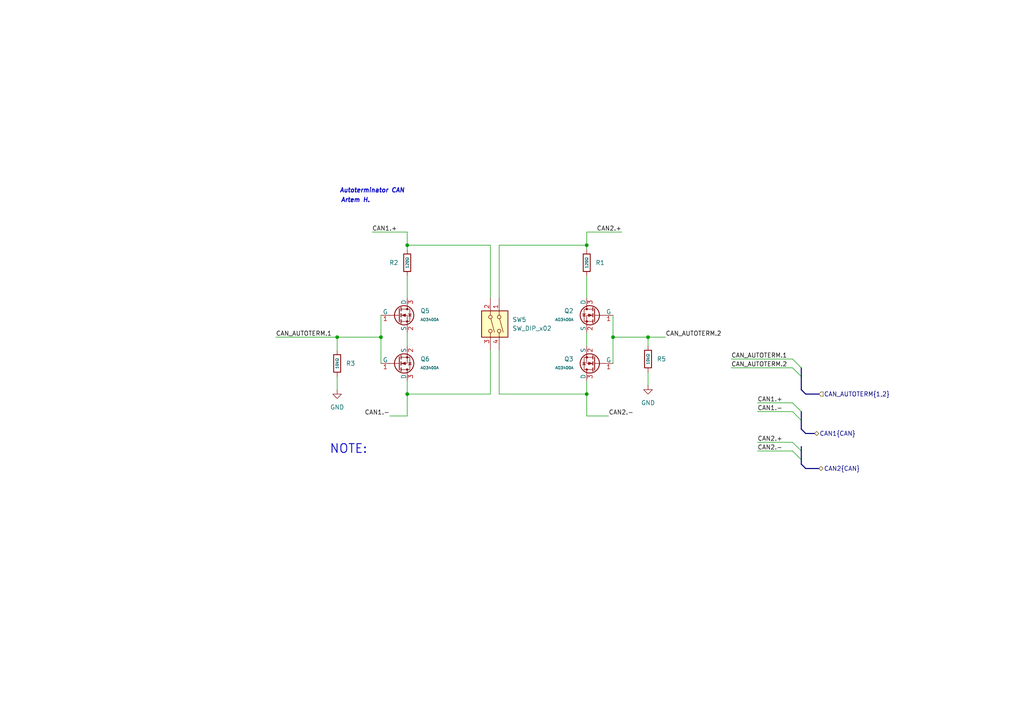
<source format=kicad_sch>
(kicad_sch (version 20250114) (generator "eeschema") (generator_version "9.0")
  (paper "A4")
  (title_block (title "CAN Auto terminator") (date "2025-04-22") (rev "A") (company "Moducard System") (comment 1 "Artem Horiunov") (comment 2 "Designed in poland"))
  (lib_symbols
    (symbol "PCM_JLCPCB-Resistors:0402,10kΩ" (pin_numbers (hide yes)) (pin_names (offset 0))
      (property "Reference" "R" (at 1.778 0 0))
      (property "Value" "10kΩ" (at 0 0 90))
      (symbol "0402,10kΩ_0_1"
        (rectangle (start -1.016 2.54) (end 1.016 -2.54) (stroke (width 0.254)))
      )
      (symbol "0402,10kΩ_1_1"
        (pin passive line (at 0 3.81 270) (length 1.27) (name "~") (number "1"))
        (pin passive line (at 0 -3.81 90) (length 1.27) (name "~") (number "2"))
      )
    )
    (symbol "PCM_JLCPCB-Resistors:0402,120Ω" (pin_numbers (hide yes)) (pin_names (offset 0))
      (property "Reference" "R" (at 1.778 0 0))
      (property "Value" "120Ω" (at 0 0 90))
      (symbol "0402,120Ω_0_1"
        (rectangle (start -1.016 2.54) (end 1.016 -2.54) (stroke (width 0.254)))
      )
      (symbol "0402,120Ω_1_1"
        (pin passive line (at 0 3.81 270) (length 1.27) (name "~") (number "1"))
        (pin passive line (at 0 -3.81 90) (length 1.27) (name "~") (number "2"))
      )
    )
    (symbol "PCM_JLCPCB-Transistors:NMOS,AO3400A" (pin_names (offset 0))
      (property "Reference" "Q" (at 4.8514 0.834 0))
      (property "Value" "AO3400A" (at 4.8514 -1.2122 0))
      (symbol "NMOS,AO3400A_0_1"
        (polyline (pts (xy 0.254 1.905) (xy 0.254 -1.905)) (stroke (width 0.254)))
        (polyline (pts (xy 0.254 0) (xy -2.54 0)))
        (polyline (pts (xy 0.762 2.286) (xy 0.762 1.27)) (stroke (width 0.254)))
        (polyline (pts (xy 0.762 0.508) (xy 0.762 -0.508)) (stroke (width 0.254)))
        (polyline (pts (xy 0.762 -1.27) (xy 0.762 -2.286)) (stroke (width 0.254)))
        (polyline (pts (xy 0.762 -1.778) (xy 3.302 -1.778) (xy 3.302 1.778) (xy 0.762 1.778)))
        (polyline (pts (xy 1.016 0) (xy 2.032 0.381) (xy 2.032 -0.381) (xy 1.016 0)) (fill (type outline)))
        (circle (center 1.651 0) (radius 2.794) (stroke (width 0.254)))
        (polyline (pts (xy 2.54 2.54) (xy 2.54 1.778)))
        (circle (center 2.54 1.778) (radius 0.254) (fill (type outline)))
        (circle (center 2.54 -1.778) (radius 0.254) (fill (type outline)))
        (polyline (pts (xy 2.54 -2.54) (xy 2.54 0) (xy 0.762 0)))
        (polyline (pts (xy 2.794 0.508) (xy 2.921 0.381) (xy 3.683 0.381) (xy 3.81 0.254)))
        (polyline (pts (xy 3.302 0.381) (xy 2.921 -0.254) (xy 3.683 -0.254) (xy 3.302 0.381)))
      )
      (symbol "NMOS,AO3400A_1_1"
        (pin input line (at -5.08 0 0) (length 2.54) (name "G") (number "1"))
        (pin passive line (at 2.54 5.08 270) (length 2.54) (name "D") (number "3"))
        (pin passive line (at 2.54 -5.08 90) (length 2.54) (name "S") (number "2"))
      )
    )
    (symbol "Switch:SW_DIP_x02" (pin_names (offset 0) (hide yes))
      (property "Reference" "SW" (at 0 6.35 0))
      (property "Value" "SW_DIP_x02" (at 0 -3.81 0))
      (symbol "SW_DIP_x02_0_0"
        (circle (center -2.032 2.54) (radius 0.508))
        (circle (center -2.032 0) (radius 0.508))
        (polyline (pts (xy -1.524 2.667) (xy 2.3622 3.7084)))
        (polyline (pts (xy -1.524 0.127) (xy 2.3622 1.1684)))
        (circle (center 2.032 2.54) (radius 0.508))
        (circle (center 2.032 0) (radius 0.508))
      )
      (symbol "SW_DIP_x02_0_1"
        (rectangle (start -3.81 5.08) (end 3.81 -2.54) (stroke (width 0.254)) (fill (type background)))
      )
      (symbol "SW_DIP_x02_1_1"
        (pin passive line (at -7.62 2.54 0) (length 5.08) (name "~") (number "1"))
        (pin passive line (at -7.62 0 0) (length 5.08) (name "~") (number "2"))
        (pin passive line (at 7.62 2.54 180) (length 5.08) (name "~") (number "4"))
        (pin passive line (at 7.62 0 180) (length 5.08) (name "~") (number "3"))
      )
    )
    (symbol "power:GND" (power) (pin_numbers (hide yes)) (pin_names (offset 0) (hide yes))
      (property "Value" "GND" (at 0 -3.81 0))
      (symbol "GND_0_1"
        (polyline (pts (xy 0 0) (xy 0 -1.27) (xy 1.27 -1.27) (xy 0 -2.54) (xy -1.27 -1.27) (xy 0 -1.27)))
      )
      (symbol "GND_1_1"
        (pin power_in line (at 0 0 270) (length 0) (name "~") (number "1"))
      )
    )
  )
  (text "Artem H." (at 103.124 58.166 0) (effects (font (size 1.27 1.27) (thickness 0.254) (bold yes) (italic yes))))
  (text "Autoterminator CAN" (at 107.95 55.372 0) (effects (font (size 1.27 1.27) (thickness 0.254) (bold yes) (italic yes))))
  (text "NOTE:" (at 101.092 130.302 0) (effects (font (size 2.54 2.54) (thickness 0.254) (bold yes))))
  (junction (at 170.18 114.3))
  (junction (at 118.11 71.12))
  (junction (at 170.18 71.12))
  (junction (at 177.8 97.79))
  (junction (at 118.11 114.3))
  (junction (at 187.96 97.79))
  (junction (at 110.49 97.79))
  (junction (at 97.79 97.79))
  (bus_entry (at 232.41 106.68) (size -2.54 -2.54))
  (bus_entry (at 232.41 133.35) (size -2.54 -2.54))
  (bus_entry (at 232.41 121.92) (size -2.54 -2.54))
  (bus_entry (at 232.41 109.22) (size -2.54 -2.54))
  (bus_entry (at 232.41 130.81) (size -2.54 -2.54))
  (bus_entry (at 232.41 119.38) (size -2.54 -2.54))
  (wire (pts (xy 170.18 71.12) (xy 170.18 72.39)))
  (bus (pts (xy 233.68 135.89) (xy 232.41 134.62)))
  (wire (pts (xy 170.18 110.49) (xy 170.18 114.3)))
  (wire (pts (xy 177.8 97.79) (xy 187.96 97.79)))
  (wire (pts (xy 170.18 114.3) (xy 170.18 120.65)))
  (wire (pts (xy 212.09 106.68) (xy 229.87 106.68)))
  (wire (pts (xy 110.49 91.44) (xy 110.49 97.79)))
  (wire (pts (xy 170.18 80.01) (xy 170.18 86.36)))
  (wire (pts (xy 144.78 114.3) (xy 170.18 114.3)))
  (wire (pts (xy 176.53 120.65) (xy 170.18 120.65)))
  (bus (pts (xy 232.41 106.68) (xy 232.41 109.22)))
  (bus (pts (xy 237.49 135.89) (xy 233.68 135.89)))
  (wire (pts (xy 180.34 67.31) (xy 170.18 67.31)))
  (bus (pts (xy 232.41 113.03) (xy 233.68 114.3)))
  (bus (pts (xy 232.41 109.22) (xy 232.41 113.03)))
  (bus (pts (xy 232.41 124.46) (xy 233.68 125.73)))
  (wire (pts (xy 144.78 71.12) (xy 170.18 71.12)))
  (wire (pts (xy 219.71 128.27) (xy 229.87 128.27)))
  (wire (pts (xy 177.8 97.79) (xy 177.8 105.41)))
  (wire (pts (xy 118.11 114.3) (xy 142.24 114.3)))
  (wire (pts (xy 177.8 91.44) (xy 177.8 97.79)))
  (wire (pts (xy 144.78 101.6) (xy 144.78 114.3)))
  (wire (pts (xy 212.09 104.14) (xy 229.87 104.14)))
  (wire (pts (xy 118.11 110.49) (xy 118.11 114.3)))
  (bus (pts (xy 232.41 119.38) (xy 232.41 121.92)))
  (wire (pts (xy 187.96 107.95) (xy 187.96 111.76)))
  (wire (pts (xy 113.03 120.65) (xy 118.11 120.65)))
  (bus (pts (xy 233.68 125.73) (xy 236.22 125.73)))
  (wire (pts (xy 219.71 119.38) (xy 229.87 119.38)))
  (wire (pts (xy 118.11 80.01) (xy 118.11 86.36)))
  (bus (pts (xy 232.41 133.35) (xy 232.41 134.62)))
  (wire (pts (xy 97.79 101.6) (xy 97.79 97.79)))
  (wire (pts (xy 187.96 100.33) (xy 187.96 97.79)))
  (wire (pts (xy 170.18 96.52) (xy 170.18 100.33)))
  (wire (pts (xy 187.96 97.79) (xy 193.04 97.79)))
  (wire (pts (xy 118.11 67.31) (xy 118.11 71.12)))
  (wire (pts (xy 170.18 67.31) (xy 170.18 71.12)))
  (wire (pts (xy 118.11 71.12) (xy 118.11 72.39)))
  (wire (pts (xy 144.78 86.36) (xy 144.78 71.12)))
  (wire (pts (xy 97.79 97.79) (xy 110.49 97.79)))
  (bus (pts (xy 232.41 130.81) (xy 232.41 133.35)))
  (bus (pts (xy 232.41 121.92) (xy 232.41 124.46)))
  (bus (pts (xy 233.68 114.3) (xy 237.49 114.3)))
  (wire (pts (xy 118.11 96.52) (xy 118.11 100.33)))
  (wire (pts (xy 142.24 86.36) (xy 142.24 71.12)))
  (wire (pts (xy 219.71 116.84) (xy 229.87 116.84)))
  (wire (pts (xy 142.24 114.3) (xy 142.24 101.6)))
  (wire (pts (xy 97.79 109.22) (xy 97.79 113.03)))
  (wire (pts (xy 219.71 130.81) (xy 229.87 130.81)))
  (wire (pts (xy 110.49 97.79) (xy 110.49 105.41)))
  (bus (pts (xy 232.41 129.54) (xy 232.41 130.81)))
  (wire (pts (xy 80.01 97.79) (xy 97.79 97.79)))
  (wire (pts (xy 118.11 120.65) (xy 118.11 114.3)))
  (wire (pts (xy 142.24 71.12) (xy 118.11 71.12)))
  (wire (pts (xy 107.95 67.31) (xy 118.11 67.31)))
  (label "CAN_AUTOTERM.1" (at 212.09 104.14 0) (effects (font (thickness 0.1588))))
  (label "CAN2.+" (at 180.34 67.31 180))
  (label "CAN1.+" (at 107.95 67.31 0))
  (label "CAN1.-" (at 113.03 120.65 180))
  (label "CAN_AUTOTERM.2" (at 193.04 97.79 0) (effects (font (thickness 0.1588))))
  (label "CAN2.-" (at 219.71 130.81 0))
  (label "CAN2.-" (at 176.53 120.65 0))
  (label "CAN_AUTOTERM.2" (at 212.09 106.68 0) (effects (font (thickness 0.1588))))
  (label "CAN1.+" (at 219.71 116.84 0))
  (label "CAN1.-" (at 219.71 119.38 0))
  (label "CAN_AUTOTERM.1" (at 80.01 97.79 0) (effects (font (thickness 0.1588))))
  (label "CAN2.+" (at 219.71 128.27 0))
  (hierarchical_label "CAN2{CAN}" (shape bidirectional) (at 237.49 135.89 0))
  (hierarchical_label "CAN_AUTOTERM{1,2}" (shape input) (at 237.49 114.3 0) (effects (font (thickness 0.1588))))
  (hierarchical_label "CAN1{CAN}" (shape bidirectional) (at 236.22 125.73 0))
  (symbol (lib_id "PCM_JLCPCB-Transistors:NMOS,AO3400A") (at 115.57 91.44 0) (unit 1)
    (property "Reference" "Q5" (at 121.92 90.1699 0) (effects (justify left)))
    (property "Value" "AO3400A" (at 121.92 92.71 0) (effects (font (size 0.8 0.8)) (justify left)))
    (property "Footprint" "PCM_JLCPCB:Q_SOT-23" (effects (hide yes)))
    (property "Datasheet" "https://www.lcsc.com/datasheet/lcsc_datasheet_1811081213_Alpha---Omega-Semicon-AO3400A_C20917.pdf" (effects (hide yes)))
    (property "Description" "30V 5.7A 26.5mΩ@10V,5.7A 1.4W 1.5V@250uA 1 N-Channel SOT-23-3L MOSFETs ROHS" (effects (hide yes)))
    (property "LCSC" "C20917" (effects (hide yes)))
    (property "Stock" "1046002" (effects (hide yes)))
    (property "Price" "0.088USD" (effects (hide yes)))
    (property "Process" "SMT" (effects (hide yes)))
    (property "Minimum Qty" "5" (effects (hide yes)))
    (property "Attrition Qty" "4" (effects (hide yes)))
    (property "Class" "Basic Component" (effects (hide yes)))
    (property "Category" "Transistors,MOSFETs" (effects (hide yes)))
    (property "Manufacturer" "Alpha & Omega Semicon" (effects (hide yes)))
    (property "Part" "AO3400A" (effects (hide yes)))
    (property "Continuous Drain Current (Id)" "5.7A" (effects (hide yes)))
    (property "Input Capacitance (Ciss@Vds)" "630pF@15V" (effects (hide yes)))
    (property "Operating Temperature" "-55°C~+150°C@(Tj)" (effects (hide yes)))
    (property "Type" "1 N-channel" (effects (hide yes)))
    (property "Drain Source Voltage (Vdss)" "30V" (effects (hide yes)))
    (property "Power Dissipation (Pd)" "1.4W" (effects (hide yes)))
    (property "Gate Threshold Voltage (Vgs(th)@Id)" "1.5V@250uA" (effects (hide yes)))
    (property "Drain Source On Resistance (RDS(on)@Vgs,Id)" "26.5mΩ@10V,5.7A" (effects (hide yes)))
    (property "Total Gate Charge (Qg@Vgs)" "7nC@4.5V" (effects (hide yes)))
  )
  (symbol (lib_id "PCM_JLCPCB-Transistors:NMOS,AO3400A") (at 115.57 105.41 0) (mirror x) (unit 1)
    (property "Reference" "Q6" (at 121.92 104.1399 0) (effects (justify left)))
    (property "Value" "AO3400A" (at 121.92 106.68 0) (effects (font (size 0.8 0.8)) (justify left)))
    (property "Footprint" "PCM_JLCPCB:Q_SOT-23" (effects (hide yes)))
    (property "Datasheet" "https://www.lcsc.com/datasheet/lcsc_datasheet_1811081213_Alpha---Omega-Semicon-AO3400A_C20917.pdf" (effects (hide yes)))
    (property "Description" "30V 5.7A 26.5mΩ@10V,5.7A 1.4W 1.5V@250uA 1 N-Channel SOT-23-3L MOSFETs ROHS" (effects (hide yes)))
    (property "LCSC" "C20917" (effects (hide yes)))
    (property "Stock" "1046002" (effects (hide yes)))
    (property "Price" "0.088USD" (effects (hide yes)))
    (property "Process" "SMT" (effects (hide yes)))
    (property "Minimum Qty" "5" (effects (hide yes)))
    (property "Attrition Qty" "4" (effects (hide yes)))
    (property "Class" "Basic Component" (effects (hide yes)))
    (property "Category" "Transistors,MOSFETs" (effects (hide yes)))
    (property "Manufacturer" "Alpha & Omega Semicon" (effects (hide yes)))
    (property "Part" "AO3400A" (effects (hide yes)))
    (property "Continuous Drain Current (Id)" "5.7A" (effects (hide yes)))
    (property "Input Capacitance (Ciss@Vds)" "630pF@15V" (effects (hide yes)))
    (property "Operating Temperature" "-55°C~+150°C@(Tj)" (effects (hide yes)))
    (property "Type" "1 N-channel" (effects (hide yes)))
    (property "Drain Source Voltage (Vdss)" "30V" (effects (hide yes)))
    (property "Power Dissipation (Pd)" "1.4W" (effects (hide yes)))
    (property "Gate Threshold Voltage (Vgs(th)@Id)" "1.5V@250uA" (effects (hide yes)))
    (property "Drain Source On Resistance (RDS(on)@Vgs,Id)" "26.5mΩ@10V,5.7A" (effects (hide yes)))
    (property "Total Gate Charge (Qg@Vgs)" "7nC@4.5V" (effects (hide yes)))
  )
  (symbol (lib_id "PCM_JLCPCB-Transistors:NMOS,AO3400A") (at 172.72 105.41 180) (unit 1)
    (property "Reference" "Q3" (at 166.37 104.1399 0) (effects (justify left)))
    (property "Value" "AO3400A" (at 166.37 106.68 0) (effects (font (size 0.8 0.8)) (justify left)))
    (property "Footprint" "PCM_JLCPCB:Q_SOT-23" (effects (hide yes)))
    (property "Datasheet" "https://www.lcsc.com/datasheet/lcsc_datasheet_1811081213_Alpha---Omega-Semicon-AO3400A_C20917.pdf" (effects (hide yes)))
    (property "Description" "30V 5.7A 26.5mΩ@10V,5.7A 1.4W 1.5V@250uA 1 N-Channel SOT-23-3L MOSFETs ROHS" (effects (hide yes)))
    (property "LCSC" "C20917" (effects (hide yes)))
    (property "Stock" "1046002" (effects (hide yes)))
    (property "Price" "0.088USD" (effects (hide yes)))
    (property "Process" "SMT" (effects (hide yes)))
    (property "Minimum Qty" "5" (effects (hide yes)))
    (property "Attrition Qty" "4" (effects (hide yes)))
    (property "Class" "Basic Component" (effects (hide yes)))
    (property "Category" "Transistors,MOSFETs" (effects (hide yes)))
    (property "Manufacturer" "Alpha & Omega Semicon" (effects (hide yes)))
    (property "Part" "AO3400A" (effects (hide yes)))
    (property "Continuous Drain Current (Id)" "5.7A" (effects (hide yes)))
    (property "Input Capacitance (Ciss@Vds)" "630pF@15V" (effects (hide yes)))
    (property "Operating Temperature" "-55°C~+150°C@(Tj)" (effects (hide yes)))
    (property "Type" "1 N-channel" (effects (hide yes)))
    (property "Drain Source Voltage (Vdss)" "30V" (effects (hide yes)))
    (property "Power Dissipation (Pd)" "1.4W" (effects (hide yes)))
    (property "Gate Threshold Voltage (Vgs(th)@Id)" "1.5V@250uA" (effects (hide yes)))
    (property "Drain Source On Resistance (RDS(on)@Vgs,Id)" "26.5mΩ@10V,5.7A" (effects (hide yes)))
    (property "Total Gate Charge (Qg@Vgs)" "7nC@4.5V" (effects (hide yes)))
  )
  (symbol (lib_id "PCM_JLCPCB-Resistors:0402,10kΩ") (at 97.79 105.41 0) (unit 1)
    (property "Reference" "R3" (at 100.33 105.4099 0) (effects (justify left)))
    (property "Value" "10kΩ" (at 97.79 105.41 90) (effects (font (size 0.8 0.8))))
    (property "Footprint" "PCM_JLCPCB:R_0402" (effects (hide yes)))
    (property "Datasheet" "https://www.lcsc.com/datasheet/lcsc_datasheet_2411221126_UNI-ROYAL-Uniroyal-Elec-0402WGF1002TCE_C25744.pdf" (effects (hide yes)))
    (property "Description" "62.5mW Thick Film Resistors 50V ±100ppm/°C ±1% 10kΩ 0402 Chip Resistor - Surface Mount ROHS" (effects (hide yes)))
    (property "LCSC" "C25744" (effects (hide yes)))
    (property "Stock" "6144808" (effects (hide yes)))
    (property "Price" "0.004USD" (effects (hide yes)))
    (property "Process" "SMT" (effects (hide yes)))
    (property "Minimum Qty" "5" (effects (hide yes)))
    (property "Attrition Qty" "10" (effects (hide yes)))
    (property "Class" "Basic Component" (effects (hide yes)))
    (property "Category" "Resistors,Chip Resistor - Surface Mount" (effects (hide yes)))
    (property "Manufacturer" "UNI-ROYAL(Uniroyal Elec)" (effects (hide yes)))
    (property "Part" "0402WGF1002TCE" (effects (hide yes)))
    (property "Resistance" "10kΩ" (effects (hide yes)))
    (property "Power(Watts)" "62.5mW" (effects (hide yes)))
    (property "Type" "Thick Film Resistors" (effects (hide yes)))
    (property "Overload Voltage (Max)" "50V" (effects (hide yes)))
    (property "Operating Temperature Range" "-55°C~+155°C" (effects (hide yes)))
    (property "Tolerance" "±1%" (effects (hide yes)))
    (property "Temperature Coefficient" "±100ppm/°C" (effects (hide yes)))
  )
  (symbol (lib_id "power:GND") (at 97.79 113.03 0) (unit 1)
    (property "Reference" "#PWR09" (effects (hide yes)))
    (property "Value" "GND" (at 97.79 118.11 0))
    (property "Description" "Power symbol creates a global label with name \"GND\" , ground" (effects (hide yes)))
  )
  (symbol (lib_id "PCM_JLCPCB-Resistors:0402,120Ω") (at 118.11 76.2 0) (mirror y) (unit 1)
    (property "Reference" "R2" (at 115.57 76.1999 0) (effects (justify left)))
    (property "Value" "120Ω" (at 118.11 76.2 90) (effects (font (size 0.8 0.8))))
    (property "Footprint" "PCM_JLCPCB:R_0402" (effects (hide yes)))
    (property "Datasheet" "https://www.lcsc.com/datasheet/lcsc_datasheet_2205311900_UNI-ROYAL-Uniroyal-Elec-0402WGF1200TCE_C25079.pdf" (effects (hide yes)))
    (property "Description" "62.5mW Thick Film Resistors 50V ±100ppm/°C ±1% 120Ω 0402 Chip Resistor - Surface Mount ROHS" (effects (hide yes)))
    (property "LCSC" "C25079" (effects (hide yes)))
    (property "Stock" "207985" (effects (hide yes)))
    (property "Price" "0.004USD" (effects (hide yes)))
    (property "Process" "SMT" (effects (hide yes)))
    (property "Minimum Qty" "20" (effects (hide yes)))
    (property "Attrition Qty" "10" (effects (hide yes)))
    (property "Class" "Basic Component" (effects (hide yes)))
    (property "Category" "Resistors,Chip Resistor - Surface Mount" (effects (hide yes)))
    (property "Manufacturer" "UNI-ROYAL(Uniroyal Elec)" (effects (hide yes)))
    (property "Part" "0402WGF1200TCE" (effects (hide yes)))
    (property "Resistance" "120Ω" (effects (hide yes)))
    (property "Power(Watts)" "62.5mW" (effects (hide yes)))
    (property "Type" "Thick Film Resistors" (effects (hide yes)))
    (property "Overload Voltage (Max)" "50V" (effects (hide yes)))
    (property "Operating Temperature Range" "-55°C~+155°C" (effects (hide yes)))
    (property "Tolerance" "±1%" (effects (hide yes)))
    (property "Temperature Coefficient" "±100ppm/°C" (effects (hide yes)))
  )
  (symbol (lib_id "PCM_JLCPCB-Resistors:0402,120Ω") (at 170.18 76.2 0) (unit 1)
    (property "Reference" "R1" (at 172.72 76.1999 0) (effects (justify left)))
    (property "Value" "120Ω" (at 170.18 76.2 90) (effects (font (size 0.8 0.8))))
    (property "Footprint" "PCM_JLCPCB:R_0402" (effects (hide yes)))
    (property "Datasheet" "https://www.lcsc.com/datasheet/lcsc_datasheet_2205311900_UNI-ROYAL-Uniroyal-Elec-0402WGF1200TCE_C25079.pdf" (effects (hide yes)))
    (property "Description" "62.5mW Thick Film Resistors 50V ±100ppm/°C ±1% 120Ω 0402 Chip Resistor - Surface Mount ROHS" (effects (hide yes)))
    (property "LCSC" "C25079" (effects (hide yes)))
    (property "Stock" "207985" (effects (hide yes)))
    (property "Price" "0.004USD" (effects (hide yes)))
    (property "Process" "SMT" (effects (hide yes)))
    (property "Minimum Qty" "20" (effects (hide yes)))
    (property "Attrition Qty" "10" (effects (hide yes)))
    (property "Class" "Basic Component" (effects (hide yes)))
    (property "Category" "Resistors,Chip Resistor - Surface Mount" (effects (hide yes)))
    (property "Manufacturer" "UNI-ROYAL(Uniroyal Elec)" (effects (hide yes)))
    (property "Part" "0402WGF1200TCE" (effects (hide yes)))
    (property "Resistance" "120Ω" (effects (hide yes)))
    (property "Power(Watts)" "62.5mW" (effects (hide yes)))
    (property "Type" "Thick Film Resistors" (effects (hide yes)))
    (property "Overload Voltage (Max)" "50V" (effects (hide yes)))
    (property "Operating Temperature Range" "-55°C~+155°C" (effects (hide yes)))
    (property "Tolerance" "±1%" (effects (hide yes)))
    (property "Temperature Coefficient" "±100ppm/°C" (effects (hide yes)))
  )
  (symbol (lib_id "PCM_JLCPCB-Resistors:0402,10kΩ") (at 187.96 104.14 0) (unit 1)
    (property "Reference" "R5" (at 190.5 104.1399 0) (effects (justify left)))
    (property "Value" "10kΩ" (at 187.96 104.14 90) (effects (font (size 0.8 0.8))))
    (property "Footprint" "PCM_JLCPCB:R_0402" (effects (hide yes)))
    (property "Datasheet" "https://www.lcsc.com/datasheet/lcsc_datasheet_2411221126_UNI-ROYAL-Uniroyal-Elec-0402WGF1002TCE_C25744.pdf" (effects (hide yes)))
    (property "Description" "62.5mW Thick Film Resistors 50V ±100ppm/°C ±1% 10kΩ 0402 Chip Resistor - Surface Mount ROHS" (effects (hide yes)))
    (property "LCSC" "C25744" (effects (hide yes)))
    (property "Stock" "6144808" (effects (hide yes)))
    (property "Price" "0.004USD" (effects (hide yes)))
    (property "Process" "SMT" (effects (hide yes)))
    (property "Minimum Qty" "5" (effects (hide yes)))
    (property "Attrition Qty" "10" (effects (hide yes)))
    (property "Class" "Basic Component" (effects (hide yes)))
    (property "Category" "Resistors,Chip Resistor - Surface Mount" (effects (hide yes)))
    (property "Manufacturer" "UNI-ROYAL(Uniroyal Elec)" (effects (hide yes)))
    (property "Part" "0402WGF1002TCE" (effects (hide yes)))
    (property "Resistance" "10kΩ" (effects (hide yes)))
    (property "Power(Watts)" "62.5mW" (effects (hide yes)))
    (property "Type" "Thick Film Resistors" (effects (hide yes)))
    (property "Overload Voltage (Max)" "50V" (effects (hide yes)))
    (property "Operating Temperature Range" "-55°C~+155°C" (effects (hide yes)))
    (property "Tolerance" "±1%" (effects (hide yes)))
    (property "Temperature Coefficient" "±100ppm/°C" (effects (hide yes)))
  )
  (symbol (lib_id "Switch:SW_DIP_x02") (at 142.24 93.98 270) (unit 1)
    (property "Reference" "SW5" (at 148.59 92.7099 90) (effects (justify left)))
    (property "Value" "SW_DIP_x02" (at 148.59 95.2499 90) (effects (justify left)))
    (property "Footprint" "Button_Switch_SMD:SW_DIP_SPSTx02_Slide_6.7x6.64mm_W8.61mm_P2.54mm_LowProfile" (effects (hide yes)))
    (property "Description" "2x DIP Switch, Single Pole Single Throw (SPST) switch, small symbol" (effects (hide yes)))
  )
  (symbol (lib_id "PCM_JLCPCB-Transistors:NMOS,AO3400A") (at 172.72 91.44 0) (mirror y) (unit 1)
    (property "Reference" "Q2" (at 166.37 90.1699 0) (effects (justify left)))
    (property "Value" "AO3400A" (at 166.37 92.71 0) (effects (font (size 0.8 0.8)) (justify left)))
    (property "Footprint" "PCM_JLCPCB:Q_SOT-23" (effects (hide yes)))
    (property "Datasheet" "https://www.lcsc.com/datasheet/lcsc_datasheet_1811081213_Alpha---Omega-Semicon-AO3400A_C20917.pdf" (effects (hide yes)))
    (property "Description" "30V 5.7A 26.5mΩ@10V,5.7A 1.4W 1.5V@250uA 1 N-Channel SOT-23-3L MOSFETs ROHS" (effects (hide yes)))
    (property "LCSC" "C20917" (effects (hide yes)))
    (property "Stock" "1046002" (effects (hide yes)))
    (property "Price" "0.088USD" (effects (hide yes)))
    (property "Process" "SMT" (effects (hide yes)))
    (property "Minimum Qty" "5" (effects (hide yes)))
    (property "Attrition Qty" "4" (effects (hide yes)))
    (property "Class" "Basic Component" (effects (hide yes)))
    (property "Category" "Transistors,MOSFETs" (effects (hide yes)))
    (property "Manufacturer" "Alpha & Omega Semicon" (effects (hide yes)))
    (property "Part" "AO3400A" (effects (hide yes)))
    (property "Continuous Drain Current (Id)" "5.7A" (effects (hide yes)))
    (property "Input Capacitance (Ciss@Vds)" "630pF@15V" (effects (hide yes)))
    (property "Operating Temperature" "-55°C~+150°C@(Tj)" (effects (hide yes)))
    (property "Type" "1 N-channel" (effects (hide yes)))
    (property "Drain Source Voltage (Vdss)" "30V" (effects (hide yes)))
    (property "Power Dissipation (Pd)" "1.4W" (effects (hide yes)))
    (property "Gate Threshold Voltage (Vgs(th)@Id)" "1.5V@250uA" (effects (hide yes)))
    (property "Drain Source On Resistance (RDS(on)@Vgs,Id)" "26.5mΩ@10V,5.7A" (effects (hide yes)))
    (property "Total Gate Charge (Qg@Vgs)" "7nC@4.5V" (effects (hide yes)))
  )
  (symbol (lib_id "power:GND") (at 187.96 111.76 0) (unit 1)
    (property "Reference" "#PWR015" (effects (hide yes)))
    (property "Value" "GND" (at 187.96 116.84 0))
    (property "Description" "Power symbol creates a global label with name \"GND\" , ground" (effects (hide yes)))
  )
)
</source>
